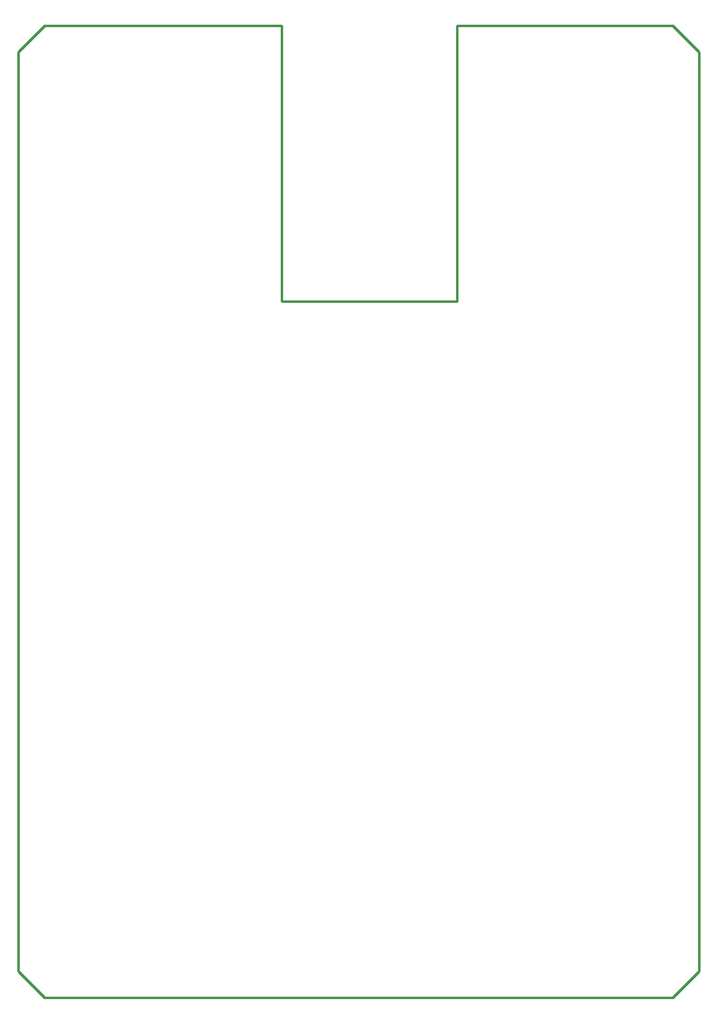
<source format=gbr>
G75*
%MOIN*%
%OFA0B0*%
%FSLAX24Y24*%
%IPPOS*%
%LPD*%
%AMOC8*
5,1,8,0,0,1.08239X$1,22.5*
%
%ADD10C,0.0100*%
D10*
X001217Y000718D02*
X000150Y001785D01*
X000150Y039021D01*
X001217Y040088D01*
X010807Y040088D01*
X010807Y028923D01*
X017910Y028923D01*
X017910Y040088D01*
X026642Y040088D01*
X027709Y039021D01*
X027709Y001785D01*
X026642Y000718D01*
X001217Y000718D01*
M02*

</source>
